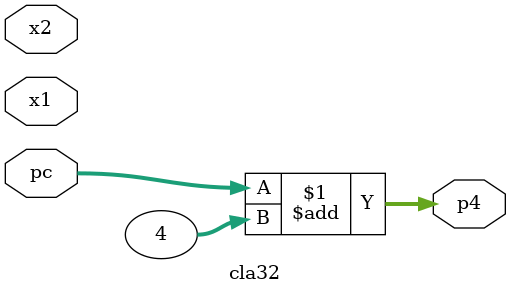
<source format=v>
module cla32 (pc,x1,x2,p4);
   input [31:0] pc;
   input [31:0] x1, x2;
   
   output [31:0] p4;
   
   assign p4 = pc + 32'b100;   
   //assign adr = p4 + offset;
   
endmodule 

//cla32 pcplus4 (pc,32��h4, 1��b0,p4);
//cla32 br_adr (p4,offset,1��b0,adr);
</source>
